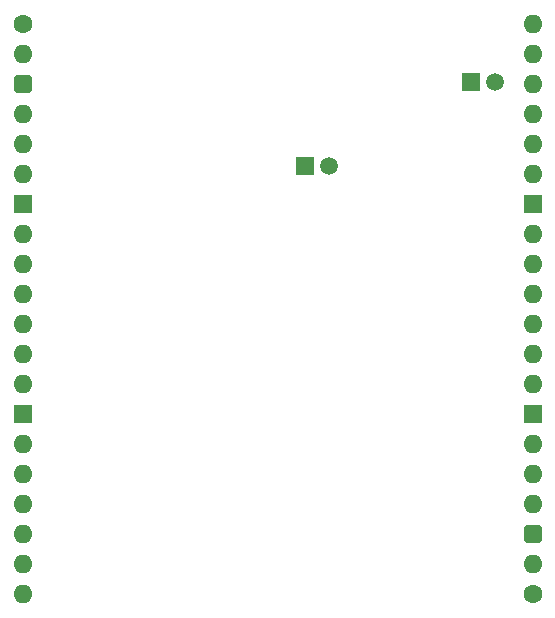
<source format=gbs>
%TF.GenerationSoftware,KiCad,Pcbnew,8.0.7*%
%TF.CreationDate,2025-04-26T10:06:18+02:00*%
%TF.ProjectId,GPIO Power Switch,4750494f-2050-46f7-9765-722053776974,V0*%
%TF.SameCoordinates,Original*%
%TF.FileFunction,Soldermask,Bot*%
%TF.FilePolarity,Negative*%
%FSLAX46Y46*%
G04 Gerber Fmt 4.6, Leading zero omitted, Abs format (unit mm)*
G04 Created by KiCad (PCBNEW 8.0.7) date 2025-04-26 10:06:18*
%MOMM*%
%LPD*%
G01*
G04 APERTURE LIST*
G04 Aperture macros list*
%AMRoundRect*
0 Rectangle with rounded corners*
0 $1 Rounding radius*
0 $2 $3 $4 $5 $6 $7 $8 $9 X,Y pos of 4 corners*
0 Add a 4 corners polygon primitive as box body*
4,1,4,$2,$3,$4,$5,$6,$7,$8,$9,$2,$3,0*
0 Add four circle primitives for the rounded corners*
1,1,$1+$1,$2,$3*
1,1,$1+$1,$4,$5*
1,1,$1+$1,$6,$7*
1,1,$1+$1,$8,$9*
0 Add four rect primitives between the rounded corners*
20,1,$1+$1,$2,$3,$4,$5,0*
20,1,$1+$1,$4,$5,$6,$7,0*
20,1,$1+$1,$6,$7,$8,$9,0*
20,1,$1+$1,$8,$9,$2,$3,0*%
G04 Aperture macros list end*
%ADD10O,1.600000X1.600000*%
%ADD11R,1.600000X1.600000*%
%ADD12RoundRect,0.400000X0.400000X0.400000X-0.400000X0.400000X-0.400000X-0.400000X0.400000X-0.400000X0*%
%ADD13C,1.600000*%
%ADD14C,1.500000*%
%ADD15R,1.500000X1.500000*%
%ADD16RoundRect,0.400000X-0.400000X-0.400000X0.400000X-0.400000X0.400000X0.400000X-0.400000X0.400000X0*%
G04 APERTURE END LIST*
D10*
%TO.C,J5*%
X43180000Y0D03*
X43180000Y-2540000D03*
X43180000Y-5080000D03*
X43180000Y-7620000D03*
X43180000Y-10160000D03*
X43180000Y-12700000D03*
D11*
X43180000Y-15240000D03*
D10*
X43180000Y-17780000D03*
X43180000Y-20320000D03*
X43180000Y-22860000D03*
X43180000Y-25400000D03*
X43180000Y-27940000D03*
X43180000Y-30480000D03*
D11*
X43180000Y-33020000D03*
D10*
X43180000Y-35560000D03*
X43180000Y-38100000D03*
X43180000Y-40640000D03*
D12*
X43180000Y-43180000D03*
D10*
X43180000Y-45720000D03*
D13*
X43180000Y-48260000D03*
%TD*%
D14*
%TO.C,C10*%
X39989000Y-4953000D03*
D15*
X37989000Y-4953000D03*
%TD*%
D14*
%TO.C,C9*%
X25907999Y-12065000D03*
D15*
X23907999Y-12065000D03*
%TD*%
D10*
%TO.C,J2*%
X0Y-48260000D03*
X0Y-45720000D03*
X0Y-43180000D03*
X0Y-40640000D03*
X0Y-38100000D03*
X0Y-35560000D03*
D11*
X0Y-33020000D03*
D10*
X0Y-30480000D03*
X0Y-27940000D03*
X0Y-25400000D03*
X0Y-22860000D03*
X0Y-20320000D03*
X0Y-17780000D03*
D11*
X0Y-15240000D03*
D10*
X0Y-12700000D03*
X0Y-10160000D03*
X0Y-7620000D03*
D16*
X0Y-5080000D03*
D10*
X0Y-2540000D03*
D13*
X0Y0D03*
%TD*%
M02*

</source>
